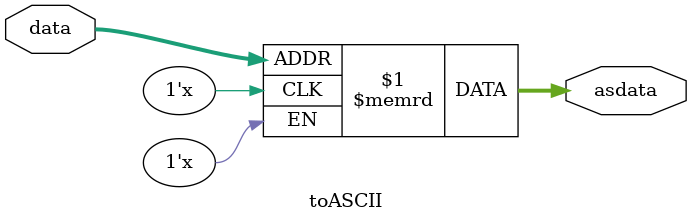
<source format=v>
module toASCII(
	input [7:0]data,
	output [7:0]asdata
);
(* ram_init_file = "ascii.mif" *)reg [7:0] toascii [255:0];

assign asdata = toascii[data];

//ROM
endmodule
</source>
